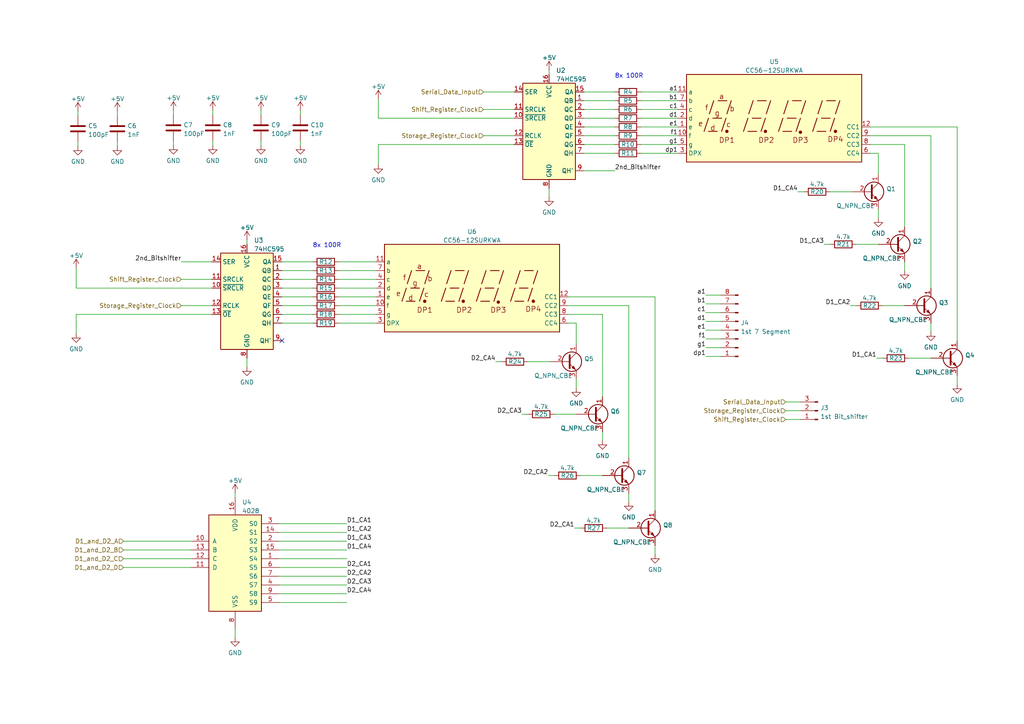
<source format=kicad_sch>
(kicad_sch (version 20211123) (generator eeschema)
  (paper "A4")
  (lib_symbols
    (symbol "4xxx:4028" (pin_names (offset 1.016))
      (property "Reference" "U" (at -7.62 13.97 0))
      (property "Value" "4028" (at -7.62 -16.51 0))
      (symbol "4028_1_0"
        (pin output line (at 12.7 0 180) (length 5.08) (name "S4") (number "1"))
        (pin input line (at -12.7 5.08 0) (length 5.08) (name "A") (number "10"))
        (pin input line (at -12.7 -2.54 0) (length 5.08) (name "D") (number "11"))
        (pin input line (at -12.7 0 0) (length 5.08) (name "C") (number "12"))
        (pin input line (at -12.7 2.54 0) (length 5.08) (name "B") (number "13"))
        (pin output line (at 12.7 7.62 180) (length 5.08) (name "S1") (number "14"))
        (pin output line (at 12.7 2.54 180) (length 5.08) (name "S3") (number "15"))
        (pin power_in line (at 0 17.78 270) (length 5.08) (name "VDD") (number "16"))
        (pin output line (at 12.7 5.08 180) (length 5.08) (name "S2") (number "2"))
        (pin output line (at 12.7 10.16 180) (length 5.08) (name "S0") (number "3"))
        (pin output line (at 12.7 -7.62 180) (length 5.08) (name "S7") (number "4"))
        (pin output line (at 12.7 -12.7 180) (length 5.08) (name "S9") (number "5"))
        (pin output line (at 12.7 -2.54 180) (length 5.08) (name "S5") (number "6"))
        (pin output line (at 12.7 -5.08 180) (length 5.08) (name "S6") (number "7"))
        (pin power_in line (at 0 -20.32 90) (length 5.08) (name "VSS") (number "8"))
        (pin output line (at 12.7 -10.16 180) (length 5.08) (name "S8") (number "9"))
      )
      (symbol "4028_1_1"
        (rectangle (start -7.62 12.7) (end 7.62 -15.24) (stroke (width 0.254)) (fill (type background)))
      )
    )
    (symbol "74xx:74HC595"
      (property "Reference" "U" (at -7.62 13.97 0))
      (property "Value" "74HC595" (at -7.62 -16.51 0))
      (symbol "74HC595_1_0"
        (pin tri_state line (at 10.16 7.62 180) (length 2.54) (name "QB") (number "1"))
        (pin input line (at -10.16 2.54 0) (length 2.54) (name "~{SRCLR}") (number "10"))
        (pin input line (at -10.16 5.08 0) (length 2.54) (name "SRCLK") (number "11"))
        (pin input line (at -10.16 -2.54 0) (length 2.54) (name "RCLK") (number "12"))
        (pin input line (at -10.16 -5.08 0) (length 2.54) (name "~{OE}") (number "13"))
        (pin input line (at -10.16 10.16 0) (length 2.54) (name "SER") (number "14"))
        (pin tri_state line (at 10.16 10.16 180) (length 2.54) (name "QA") (number "15"))
        (pin power_in line (at 0 15.24 270) (length 2.54) (name "VCC") (number "16"))
        (pin tri_state line (at 10.16 5.08 180) (length 2.54) (name "QC") (number "2"))
        (pin tri_state line (at 10.16 2.54 180) (length 2.54) (name "QD") (number "3"))
        (pin tri_state line (at 10.16 0 180) (length 2.54) (name "QE") (number "4"))
        (pin tri_state line (at 10.16 -2.54 180) (length 2.54) (name "QF") (number "5"))
        (pin tri_state line (at 10.16 -5.08 180) (length 2.54) (name "QG") (number "6"))
        (pin tri_state line (at 10.16 -7.62 180) (length 2.54) (name "QH") (number "7"))
        (pin power_in line (at 0 -17.78 90) (length 2.54) (name "GND") (number "8"))
        (pin output line (at 10.16 -12.7 180) (length 2.54) (name "QH'") (number "9"))
      )
      (symbol "74HC595_1_1"
        (rectangle (start -7.62 12.7) (end 7.62 -15.24) (stroke (width 0.254)) (fill (type background)))
      )
    )
    (symbol "Connector:Conn_01x03_Male" (pin_names (offset 1.016) hide)
      (property "Reference" "J" (at 0 5.08 0))
      (property "Value" "Conn_01x03_Male" (at 0 -5.08 0))
      (symbol "Conn_01x03_Male_1_1"
        (polyline (pts (xy 1.27 -2.54) (xy 0.8636 -2.54)) (stroke (width 0.1524)))
        (polyline (pts (xy 1.27 0) (xy 0.8636 0)) (stroke (width 0.1524)))
        (polyline (pts (xy 1.27 2.54) (xy 0.8636 2.54)) (stroke (width 0.1524)))
        (rectangle (start 0.8636 -2.413) (end 0 -2.667) (stroke (width 0.1524)) (fill (type outline)))
        (rectangle (start 0.8636 0.127) (end 0 -0.127) (stroke (width 0.1524)) (fill (type outline)))
        (rectangle (start 0.8636 2.667) (end 0 2.413) (stroke (width 0.1524)) (fill (type outline)))
        (pin passive line (at 5.08 2.54 180) (length 3.81) (name "Pin_1") (number "1"))
        (pin passive line (at 5.08 0 180) (length 3.81) (name "Pin_2") (number "2"))
        (pin passive line (at 5.08 -2.54 180) (length 3.81) (name "Pin_3") (number "3"))
      )
    )
    (symbol "Connector:Conn_01x08_Male" (pin_names (offset 1.016) hide)
      (property "Reference" "J" (at 0 10.16 0))
      (property "Value" "Conn_01x08_Male" (at 0 -12.7 0))
      (symbol "Conn_01x08_Male_1_1"
        (polyline (pts (xy 1.27 -10.16) (xy 0.8636 -10.16)) (stroke (width 0.1524)))
        (polyline (pts (xy 1.27 -7.62) (xy 0.8636 -7.62)) (stroke (width 0.1524)))
        (polyline (pts (xy 1.27 -5.08) (xy 0.8636 -5.08)) (stroke (width 0.1524)))
        (polyline (pts (xy 1.27 -2.54) (xy 0.8636 -2.54)) (stroke (width 0.1524)))
        (polyline (pts (xy 1.27 0) (xy 0.8636 0)) (stroke (width 0.1524)))
        (polyline (pts (xy 1.27 2.54) (xy 0.8636 2.54)) (stroke (width 0.1524)))
        (polyline (pts (xy 1.27 5.08) (xy 0.8636 5.08)) (stroke (width 0.1524)))
        (polyline (pts (xy 1.27 7.62) (xy 0.8636 7.62)) (stroke (width 0.1524)))
        (rectangle (start 0.8636 -10.033) (end 0 -10.287) (stroke (width 0.1524)) (fill (type outline)))
        (rectangle (start 0.8636 -7.493) (end 0 -7.747) (stroke (width 0.1524)) (fill (type outline)))
        (rectangle (start 0.8636 -4.953) (end 0 -5.207) (stroke (width 0.1524)) (fill (type outline)))
        (rectangle (start 0.8636 -2.413) (end 0 -2.667) (stroke (width 0.1524)) (fill (type outline)))
        (rectangle (start 0.8636 0.127) (end 0 -0.127) (stroke (width 0.1524)) (fill (type outline)))
        (rectangle (start 0.8636 2.667) (end 0 2.413) (stroke (width 0.1524)) (fill (type outline)))
        (rectangle (start 0.8636 5.207) (end 0 4.953) (stroke (width 0.1524)) (fill (type outline)))
        (rectangle (start 0.8636 7.747) (end 0 7.493) (stroke (width 0.1524)) (fill (type outline)))
        (pin passive line (at 5.08 7.62 180) (length 3.81) (name "Pin_1") (number "1"))
        (pin passive line (at 5.08 5.08 180) (length 3.81) (name "Pin_2") (number "2"))
        (pin passive line (at 5.08 2.54 180) (length 3.81) (name "Pin_3") (number "3"))
        (pin passive line (at 5.08 0 180) (length 3.81) (name "Pin_4") (number "4"))
        (pin passive line (at 5.08 -2.54 180) (length 3.81) (name "Pin_5") (number "5"))
        (pin passive line (at 5.08 -5.08 180) (length 3.81) (name "Pin_6") (number "6"))
        (pin passive line (at 5.08 -7.62 180) (length 3.81) (name "Pin_7") (number "7"))
        (pin passive line (at 5.08 -10.16 180) (length 3.81) (name "Pin_8") (number "8"))
      )
    )
    (symbol "Device:C" (pin_numbers hide) (pin_names (offset 0.254))
      (property "Reference" "C" (at 0.635 2.54 0))
      (property "Value" "C" (at 0.635 -2.54 0))
      (symbol "C_0_1"
        (polyline (pts (xy -2.032 -0.762) (xy 2.032 -0.762)) (stroke (width 0.508)))
        (polyline (pts (xy -2.032 0.762) (xy 2.032 0.762)) (stroke (width 0.508)))
      )
      (symbol "C_1_1"
        (pin passive line (at 0 3.81 270) (length 2.794) (name "~") (number "1"))
        (pin passive line (at 0 -3.81 90) (length 2.794) (name "~") (number "2"))
      )
    )
    (symbol "Device:Q_NPN_CBE" (pin_names (offset 0) hide)
      (property "Reference" "Q" (at 5.08 1.27 0))
      (property "Value" "Q_NPN_CBE" (at 5.08 -1.27 0))
      (symbol "Q_NPN_CBE_0_1"
        (polyline (pts (xy 0.635 0.635) (xy 2.54 2.54)))
        (polyline (pts (xy 0.635 -0.635) (xy 2.54 -2.54) (xy 2.54 -2.54)))
        (polyline (pts (xy 0.635 1.905) (xy 0.635 -1.905) (xy 0.635 -1.905)) (stroke (width 0.508)))
        (polyline (pts (xy 1.27 -1.778) (xy 1.778 -1.27) (xy 2.286 -2.286) (xy 1.27 -1.778) (xy 1.27 -1.778)) (fill (type outline)))
        (circle (center 1.27 0) (radius 2.8194) (stroke (width 0.254)))
      )
      (symbol "Q_NPN_CBE_1_1"
        (pin passive line (at 2.54 5.08 270) (length 2.54) (name "C") (number "1"))
        (pin input line (at -5.08 0 0) (length 5.715) (name "B") (number "2"))
        (pin passive line (at 2.54 -5.08 90) (length 2.54) (name "E") (number "3"))
      )
    )
    (symbol "Device:R" (pin_numbers hide) (pin_names (offset 0))
      (property "Reference" "R" (at 2.032 0 90))
      (property "Value" "R" (at 0 0 90))
      (symbol "R_0_1"
        (rectangle (start -1.016 -2.54) (end 1.016 2.54) (stroke (width 0.254)))
      )
      (symbol "R_1_1"
        (pin passive line (at 0 3.81 270) (length 1.27) (name "~") (number "1"))
        (pin passive line (at 0 -3.81 90) (length 1.27) (name "~") (number "2"))
      )
    )
    (symbol "Display_Character:CC56-12SURKWA"
      (property "Reference" "U" (at -24.13 13.97 0))
      (property "Value" "CC56-12SURKWA" (at 16.51 13.97 0))
      (symbol "CC56-12SURKWA_0_0"
        (rectangle (start -25.4 12.7) (end 25.4 -12.7) (stroke (width 0.254)) (fill (type background)))
        (polyline (pts (xy -20.32 -3.81) (xy -19.05 0)) (stroke (width 0.254)))
        (polyline (pts (xy -19.05 -3.81) (xy -16.51 -3.81)) (stroke (width 0.254)))
        (polyline (pts (xy -18.796 1.27) (xy -17.526 5.08)) (stroke (width 0.254)))
        (polyline (pts (xy -17.78 0) (xy -15.24 0)) (stroke (width 0.254)))
        (polyline (pts (xy -16.256 5.08) (xy -13.716 5.08)) (stroke (width 0.254)))
        (polyline (pts (xy -15.24 -3.81) (xy -13.97 0)) (stroke (width 0.254)))
        (polyline (pts (xy -13.716 1.27) (xy -12.446 5.08)) (stroke (width 0.254)))
        (polyline (pts (xy -8.89 -3.81) (xy -7.62 0)) (stroke (width 0.254)))
        (polyline (pts (xy -7.62 -3.81) (xy -5.08 -3.81)) (stroke (width 0.254)))
        (polyline (pts (xy -7.366 1.27) (xy -6.096 5.08)) (stroke (width 0.254)))
        (polyline (pts (xy -6.35 0) (xy -3.81 0)) (stroke (width 0.254)))
        (polyline (pts (xy -4.826 5.08) (xy -2.286 5.08)) (stroke (width 0.254)))
        (polyline (pts (xy -3.81 -3.81) (xy -2.54 0)) (stroke (width 0.254)))
        (polyline (pts (xy -2.286 1.27) (xy -1.016 5.08)) (stroke (width 0.254)))
        (polyline (pts (xy 1.27 -3.81) (xy 2.54 0)) (stroke (width 0.254)))
        (polyline (pts (xy 2.54 -3.81) (xy 5.08 -3.81)) (stroke (width 0.254)))
        (polyline (pts (xy 2.794 1.27) (xy 4.064 5.08)) (stroke (width 0.254)))
        (polyline (pts (xy 3.81 0) (xy 6.35 0)) (stroke (width 0.254)))
        (polyline (pts (xy 5.334 5.08) (xy 7.874 5.08)) (stroke (width 0.254)))
        (polyline (pts (xy 6.35 -3.81) (xy 7.62 0)) (stroke (width 0.254)))
        (polyline (pts (xy 7.874 1.27) (xy 9.144 5.08)) (stroke (width 0.254)))
        (polyline (pts (xy 11.176 -3.81) (xy 12.446 0)) (stroke (width 0.254)))
        (polyline (pts (xy 12.446 -3.81) (xy 14.986 -3.81)) (stroke (width 0.254)))
        (polyline (pts (xy 12.7 1.27) (xy 13.97 5.08)) (stroke (width 0.254)))
        (polyline (pts (xy 13.716 0) (xy 16.256 0)) (stroke (width 0.254)))
        (polyline (pts (xy 15.24 5.08) (xy 17.78 5.08)) (stroke (width 0.254)))
        (polyline (pts (xy 16.256 -3.81) (xy 17.526 0)) (stroke (width 0.254)))
        (polyline (pts (xy 17.78 1.27) (xy 19.05 5.08)) (stroke (width 0.254)))
        (text "a" (at -15.24 6.35 0) (effects (font (size 1.524 1.524))))
        (text "b" (at -12.192 2.794 0) (effects (font (size 1.524 1.524))))
        (text "c" (at -13.208 -1.778 0) (effects (font (size 1.524 1.524))))
        (text "d" (at -17.78 -2.794 0) (effects (font (size 1.524 1.524))))
        (text "DP1" (at -13.716 -6.35 0) (effects (font (size 1.524 1.524))))
        (text "DP2" (at -2.286 -6.35 0) (effects (font (size 1.524 1.524))))
        (text "DP3" (at 7.62 -6.35 0) (effects (font (size 1.524 1.524))))
        (text "DP4" (at 17.78 -6.096 0) (effects (font (size 1.524 1.524))))
        (text "e" (at -21.336 -1.524 0) (effects (font (size 1.524 1.524))))
        (text "f" (at -19.558 3.048 0) (effects (font (size 1.524 1.524))))
        (text "g" (at -16.51 1.524 0) (effects (font (size 1.524 1.524))))
      )
      (symbol "CC56-12SURKWA_0_1"
        (circle (center -13.716 -3.81) (radius 0.3556) (stroke (width 0.254)) (fill (type outline)))
        (circle (center -2.54 -3.81) (radius 0.3556) (stroke (width 0.254)) (fill (type outline)))
      )
      (symbol "CC56-12SURKWA_1_0"
        (circle (center 7.62 -4.064) (radius 0.3556) (stroke (width 0.254)) (fill (type outline)))
        (circle (center 17.78 -3.81) (radius 0.3556) (stroke (width 0.254)) (fill (type outline)))
      )
      (symbol "CC56-12SURKWA_1_1"
        (pin input line (at -27.94 -2.54 0) (length 2.54) (name "e") (number "1"))
        (pin input line (at -27.94 -5.08 0) (length 2.54) (name "f") (number "10"))
        (pin input line (at -27.94 7.62 0) (length 2.54) (name "a") (number "11"))
        (pin input line (at 27.94 -2.54 180) (length 2.54) (name "CC1") (number "12"))
        (pin input line (at -27.94 0 0) (length 2.54) (name "d") (number "2"))
        (pin input line (at -27.94 -10.16 0) (length 2.54) (name "DPX") (number "3"))
        (pin input line (at -27.94 2.54 0) (length 2.54) (name "c") (number "4"))
        (pin input line (at -27.94 -7.62 0) (length 2.54) (name "g") (number "5"))
        (pin input line (at 27.94 -10.16 180) (length 2.54) (name "CC4") (number "6"))
        (pin input line (at -27.94 5.08 0) (length 2.54) (name "b") (number "7"))
        (pin input line (at 27.94 -7.62 180) (length 2.54) (name "CC3") (number "8"))
        (pin input line (at 27.94 -5.08 180) (length 2.54) (name "CC2") (number "9"))
      )
    )
    (symbol "power:+5V" (power) (pin_names (offset 0))
      (property "Value" "+5V" (at 0 3.556 0))
      (symbol "+5V_0_1"
        (polyline (pts (xy -0.762 1.27) (xy 0 2.54)))
        (polyline (pts (xy 0 0) (xy 0 2.54)))
        (polyline (pts (xy 0 2.54) (xy 0.762 1.27)))
      )
      (symbol "+5V_1_1"
        (pin power_in line (at 0 0 90) (length 0) hide (name "+5V") (number "1"))
      )
    )
    (symbol "power:GND" (power) (pin_names (offset 0))
      (property "Value" "GND" (at 0 -3.81 0))
      (symbol "GND_0_1"
        (polyline (pts (xy 0 0) (xy 0 -1.27) (xy 1.27 -1.27) (xy 0 -2.54) (xy -1.27 -1.27) (xy 0 -1.27)))
      )
      (symbol "GND_1_1"
        (pin power_in line (at 0 0 270) (length 0) hide (name "GND") (number "1"))
      )
    )
  )
  (no_connect (at 81.788 98.806))
  (wire (pts (xy 185.928 41.91) (xy 196.596 41.91)))
  (wire (pts (xy 75.692 33.274) (xy 75.692 32.004)))
  (wire (pts (xy 98.298 86.106) (xy 108.966 86.106)))
  (wire (pts (xy 227.838 116.586) (xy 232.156 116.586)))
  (wire (pts (xy 227.838 121.666) (xy 232.156 121.666)))
  (wire (pts (xy 270.002 93.726) (xy 270.002 96.266)))
  (wire (pts (xy 164.846 86.106) (xy 189.992 86.106)))
  (wire (pts (xy 182.372 143.002) (xy 182.372 145.542)))
  (wire (pts (xy 185.928 26.67) (xy 196.596 26.67)))
  (wire (pts (xy 81.788 91.186) (xy 90.678 91.186)))
  (wire (pts (xy 185.928 34.29) (xy 196.596 34.29)))
  (wire (pts (xy 98.298 83.566) (xy 108.966 83.566)))
  (wire (pts (xy 270.002 83.566) (xy 270.002 39.37)))
  (wire (pts (xy 204.724 88.138) (xy 209.042 88.138)))
  (wire (pts (xy 68.199 143.002) (xy 68.199 144.272)))
  (wire (pts (xy 81.788 93.726) (xy 90.678 93.726)))
  (wire (pts (xy 182.372 132.842) (xy 182.372 88.646)))
  (wire (pts (xy 204.724 100.838) (xy 209.042 100.838)))
  (wire (pts (xy 169.418 44.45) (xy 178.308 44.45)))
  (wire (pts (xy 204.724 103.378) (xy 209.042 103.378)))
  (wire (pts (xy 169.418 29.21) (xy 178.308 29.21)))
  (wire (pts (xy 185.928 39.37) (xy 196.596 39.37)))
  (wire (pts (xy 189.992 158.242) (xy 189.992 160.782)))
  (wire (pts (xy 22.098 77.724) (xy 22.098 83.566)))
  (wire (pts (xy 169.418 26.67) (xy 178.308 26.67)))
  (wire (pts (xy 240.792 70.866) (xy 239.014 70.866)))
  (wire (pts (xy 254.762 44.45) (xy 254.762 50.546)))
  (wire (pts (xy 174.752 125.222) (xy 174.752 127.762)))
  (wire (pts (xy 227.838 119.126) (xy 232.156 119.126)))
  (wire (pts (xy 169.418 39.37) (xy 178.308 39.37)))
  (wire (pts (xy 81.788 81.026) (xy 90.678 81.026)))
  (wire (pts (xy 68.199 182.372) (xy 68.199 184.912)))
  (wire (pts (xy 254.762 60.706) (xy 254.762 63.246)))
  (wire (pts (xy 176.022 153.162) (xy 182.372 153.162)))
  (wire (pts (xy 35.814 162.052) (xy 55.499 162.052)))
  (wire (pts (xy 87.122 32.004) (xy 87.122 33.274)))
  (wire (pts (xy 80.899 159.512) (xy 100.584 159.512)))
  (wire (pts (xy 167.132 109.982) (xy 167.132 112.522)))
  (wire (pts (xy 169.418 36.83) (xy 178.308 36.83)))
  (wire (pts (xy 153.162 104.902) (xy 159.512 104.902)))
  (wire (pts (xy 185.928 44.45) (xy 196.596 44.45)))
  (wire (pts (xy 35.814 164.592) (xy 55.499 164.592)))
  (wire (pts (xy 270.002 39.37) (xy 252.476 39.37)))
  (wire (pts (xy 61.468 91.186) (xy 22.098 91.186)))
  (wire (pts (xy 80.899 169.672) (xy 100.584 169.672)))
  (wire (pts (xy 109.728 41.91) (xy 109.728 47.752)))
  (wire (pts (xy 22.606 41.148) (xy 22.606 42.418)))
  (wire (pts (xy 61.468 83.566) (xy 22.098 83.566)))
  (wire (pts (xy 98.298 78.486) (xy 108.966 78.486)))
  (wire (pts (xy 98.298 75.946) (xy 108.966 75.946)))
  (wire (pts (xy 34.036 41.148) (xy 34.036 42.418)))
  (wire (pts (xy 256.032 88.646) (xy 262.382 88.646)))
  (wire (pts (xy 50.292 40.894) (xy 50.292 42.164)))
  (wire (pts (xy 182.372 88.646) (xy 164.846 88.646)))
  (wire (pts (xy 80.899 164.592) (xy 100.584 164.592)))
  (wire (pts (xy 159.258 20.32) (xy 159.258 21.59)))
  (wire (pts (xy 248.412 70.866) (xy 254.762 70.866)))
  (wire (pts (xy 61.722 32.004) (xy 61.722 33.274)))
  (wire (pts (xy 98.298 81.026) (xy 108.966 81.026)))
  (wire (pts (xy 252.476 36.83) (xy 277.622 36.83)))
  (wire (pts (xy 80.899 154.432) (xy 100.584 154.432)))
  (wire (pts (xy 204.724 90.678) (xy 209.042 90.678)))
  (wire (pts (xy 22.098 91.186) (xy 22.098 96.774)))
  (wire (pts (xy 34.036 32.258) (xy 34.036 33.528)))
  (wire (pts (xy 61.722 40.894) (xy 61.722 42.164)))
  (wire (pts (xy 204.724 93.218) (xy 209.042 93.218)))
  (wire (pts (xy 81.788 86.106) (xy 90.678 86.106)))
  (wire (pts (xy 52.578 81.026) (xy 61.468 81.026)))
  (wire (pts (xy 35.814 159.512) (xy 55.499 159.512)))
  (wire (pts (xy 204.724 95.758) (xy 209.042 95.758)))
  (wire (pts (xy 277.622 36.83) (xy 277.622 98.806)))
  (wire (pts (xy 240.792 55.626) (xy 247.142 55.626)))
  (wire (pts (xy 169.418 34.29) (xy 178.308 34.29)))
  (wire (pts (xy 52.578 75.946) (xy 61.468 75.946)))
  (wire (pts (xy 81.788 75.946) (xy 90.678 75.946)))
  (wire (pts (xy 262.382 41.91) (xy 262.382 65.786)))
  (wire (pts (xy 149.098 34.29) (xy 109.728 34.29)))
  (wire (pts (xy 71.628 103.886) (xy 71.628 106.426)))
  (wire (pts (xy 185.928 31.75) (xy 196.596 31.75)))
  (wire (pts (xy 22.606 33.528) (xy 22.606 32.258)))
  (wire (pts (xy 256.032 103.886) (xy 254.254 103.886)))
  (wire (pts (xy 145.542 104.902) (xy 143.764 104.902)))
  (wire (pts (xy 50.292 33.274) (xy 50.292 32.004)))
  (wire (pts (xy 169.418 49.53) (xy 178.308 49.53)))
  (wire (pts (xy 189.992 86.106) (xy 189.992 148.082)))
  (wire (pts (xy 109.728 28.702) (xy 109.728 34.29)))
  (wire (pts (xy 167.132 93.726) (xy 167.132 99.822)))
  (wire (pts (xy 81.788 78.486) (xy 90.678 78.486)))
  (wire (pts (xy 140.208 31.75) (xy 149.098 31.75)))
  (wire (pts (xy 80.899 156.972) (xy 100.584 156.972)))
  (wire (pts (xy 80.899 167.132) (xy 100.584 167.132)))
  (wire (pts (xy 87.122 40.894) (xy 87.122 42.164)))
  (wire (pts (xy 98.298 93.726) (xy 108.966 93.726)))
  (wire (pts (xy 174.752 91.186) (xy 174.752 115.062)))
  (wire (pts (xy 98.298 91.186) (xy 108.966 91.186)))
  (wire (pts (xy 80.899 172.212) (xy 100.584 172.212)))
  (wire (pts (xy 160.782 120.142) (xy 167.132 120.142)))
  (wire (pts (xy 75.692 40.894) (xy 75.692 42.164)))
  (wire (pts (xy 81.788 88.646) (xy 90.678 88.646)))
  (wire (pts (xy 98.298 88.646) (xy 108.966 88.646)))
  (wire (pts (xy 80.899 174.752) (xy 100.584 174.752)))
  (wire (pts (xy 164.846 91.186) (xy 174.752 91.186)))
  (wire (pts (xy 71.628 69.596) (xy 71.628 70.866)))
  (wire (pts (xy 233.172 55.626) (xy 231.394 55.626)))
  (wire (pts (xy 140.208 39.37) (xy 149.098 39.37)))
  (wire (pts (xy 81.788 83.566) (xy 90.678 83.566)))
  (wire (pts (xy 140.208 26.67) (xy 149.098 26.67)))
  (wire (pts (xy 160.782 137.922) (xy 159.004 137.922)))
  (wire (pts (xy 185.928 29.21) (xy 196.596 29.21)))
  (wire (pts (xy 262.382 75.946) (xy 262.382 78.486)))
  (wire (pts (xy 263.652 103.886) (xy 270.002 103.886)))
  (wire (pts (xy 169.418 41.91) (xy 178.308 41.91)))
  (wire (pts (xy 168.402 137.922) (xy 174.752 137.922)))
  (wire (pts (xy 185.928 36.83) (xy 196.596 36.83)))
  (wire (pts (xy 252.476 44.45) (xy 254.762 44.45)))
  (wire (pts (xy 248.412 88.646) (xy 246.634 88.646)))
  (wire (pts (xy 277.622 108.966) (xy 277.622 111.506)))
  (wire (pts (xy 164.846 93.726) (xy 167.132 93.726)))
  (wire (pts (xy 52.578 88.646) (xy 61.468 88.646)))
  (wire (pts (xy 168.402 153.162) (xy 166.624 153.162)))
  (wire (pts (xy 149.098 41.91) (xy 109.728 41.91)))
  (wire (pts (xy 80.899 151.892) (xy 100.584 151.892)))
  (wire (pts (xy 35.814 156.972) (xy 55.499 156.972)))
  (wire (pts (xy 80.899 162.052) (xy 100.584 162.052)))
  (wire (pts (xy 153.162 120.142) (xy 151.384 120.142)))
  (wire (pts (xy 204.724 98.298) (xy 209.042 98.298)))
  (wire (pts (xy 159.258 54.61) (xy 159.258 57.15)))
  (wire (pts (xy 169.418 31.75) (xy 178.308 31.75)))
  (wire (pts (xy 204.724 85.598) (xy 209.042 85.598)))
  (wire (pts (xy 252.476 41.91) (xy 262.382 41.91)))
  (text "8x 100R" (at 90.678 72.009 0) (effects (font (size 1.27 1.27)) (justify left bottom)))
  (text "8x 100R" (at 178.308 22.86 0) (effects (font (size 1.27 1.27)) (justify left bottom)))
  (label "D2_CA3" (at 100.584 169.672 0))
  (label "D1_CA3" (at 239.014 70.866 180))
  (label "D1_CA4" (at 100.584 159.512 0))
  (label "D1_CA2" (at 100.584 154.432 0))
  (label "e1" (at 204.724 95.758 180))
  (label "D2_CA4" (at 143.764 104.902 180))
  (label "D1_CA4" (at 231.394 55.626 180))
  (label "D2_CA3" (at 151.384 120.142 180))
  (label "c1" (at 196.596 31.75 180))
  (label "D2_CA2" (at 100.584 167.132 0))
  (label "a1" (at 204.724 85.598 180))
  (label "c1" (at 204.724 90.678 180))
  (label "b1" (at 196.596 29.21 180))
  (label "D1_CA2" (at 246.634 88.646 180))
  (label "g1" (at 196.596 41.91 180))
  (label "2nd_Bitshifter" (at 52.578 75.946 180))
  (label "dp1" (at 196.596 44.45 180))
  (label "g1" (at 204.724 100.838 180))
  (label "a1" (at 196.596 26.67 180))
  (label "b1" (at 204.724 88.138 180))
  (label "D1_CA1" (at 254.254 103.886 180))
  (label "f1" (at 196.596 39.37 180))
  (label "f1" (at 204.724 98.298 180))
  (label "D2_CA4" (at 100.584 172.212 0))
  (label "D1_CA3" (at 100.584 156.972 0))
  (label "dp1" (at 204.724 103.378 180))
  (label "D2_CA2" (at 159.004 137.922 180))
  (label "D2_CA1" (at 166.624 153.162 180))
  (label "d1" (at 204.724 93.218 180))
  (label "D2_CA1" (at 100.584 164.592 0))
  (label "e1" (at 196.596 36.83 180))
  (label "d1" (at 196.596 34.29 180))
  (label "2nd_Bitshifter" (at 178.308 49.53 0))
  (label "D1_CA1" (at 100.584 151.892 0))
  (hierarchical_label "D1_and_D2_C" (shape input) (at 35.814 162.052 180))
  (hierarchical_label "Storage_Register_Clock" (shape input) (at 227.838 119.126 180))
  (hierarchical_label "Serial_Data_Input" (shape input) (at 227.838 116.586 180))
  (hierarchical_label "D1_and_D2_D" (shape input) (at 35.814 164.592 180))
  (hierarchical_label "D1_and_D2_B" (shape input) (at 35.814 159.512 180))
  (hierarchical_label "Shift_Register_Clock" (shape input) (at 227.838 121.666 180))
  (hierarchical_label "Storage_Register_Clock" (shape input) (at 52.578 88.646 180))
  (hierarchical_label "Shift_Register_Clock" (shape input) (at 52.578 81.026 180))
  (hierarchical_label "Shift_Register_Clock" (shape input) (at 140.208 31.75 180))
  (hierarchical_label "D1_and_D2_A" (shape input) (at 35.814 156.972 180))
  (hierarchical_label "Storage_Register_Clock" (shape input) (at 140.208 39.37 180))
  (hierarchical_label "Serial_Data_Input" (shape input) (at 140.208 26.67 180))
  (symbol (lib_id "power:+5V") (at 75.692 32.004 0) (unit 1)
    (property "Reference" "#PWR0128" (effects hide))
    (property "Value" "+5V" (at 75.692 28.4282 0))
  )
  (symbol (lib_id "Device:R") (at 94.488 86.106 90) (unit 1)
    (property "Reference" "R16" (at 94.488 86.106 90))
    (property "Value" "100R" (effects hide))
    (property "Footprint" "Resistor_THT:R_Axial_DIN0207_L6.3mm_D2.5mm_P7.62mm_Horizontal" (effects hide))
  )
  (symbol (lib_id "power:+5V") (at 71.628 69.596 0) (unit 1)
    (property "Reference" "#PWR0122" (effects hide))
    (property "Value" "+5V" (at 71.628 66.0202 0))
  )
  (symbol (lib_id "Device:R") (at 244.602 70.866 90) (unit 1)
    (property "Reference" "R21" (at 244.602 70.866 90))
    (property "Value" "4.7k" (at 244.602 68.6871 90))
    (property "Footprint" "Resistor_THT:R_Axial_DIN0207_L6.3mm_D2.5mm_P7.62mm_Horizontal" (effects hide))
  )
  (symbol (lib_id "Device:R") (at 236.982 55.626 90) (unit 1)
    (property "Reference" "R20" (at 236.982 55.626 90))
    (property "Value" "4.7k" (at 236.982 53.4471 90))
    (property "Footprint" "Resistor_THT:R_Axial_DIN0207_L6.3mm_D2.5mm_P7.62mm_Horizontal" (effects hide))
  )
  (symbol (lib_id "power:GND") (at 61.722 42.164 0) (unit 1)
    (property "Reference" "#PWR0117" (effects hide))
    (property "Value" "GND" (at 61.722 46.6074 0))
  )
  (symbol (lib_id "Device:Q_NPN_CBE") (at 267.462 88.646 0) (unit 1)
    (property "Reference" "Q3" (at 272.3134 87.8113 0) (effects (justify left)))
    (property "Value" "Q_NPN_CBE" (at 257.81 92.71 0) (effects (justify left)))
    (property "Footprint" "Package_TO_SOT_THT:TO-92_Inline_Wide" (effects hide))
  )
  (symbol (lib_id "Device:R") (at 94.488 81.026 90) (unit 1)
    (property "Reference" "R14" (at 94.488 81.026 90))
    (property "Value" "100R" (effects hide))
    (property "Footprint" "Resistor_THT:R_Axial_DIN0207_L6.3mm_D2.5mm_P7.62mm_Horizontal" (effects hide))
  )
  (symbol (lib_id "Device:R") (at 149.352 104.902 90) (unit 1)
    (property "Reference" "R24" (at 149.352 104.902 90))
    (property "Value" "4.7k" (at 149.352 102.7231 90))
    (property "Footprint" "Resistor_THT:R_Axial_DIN0207_L6.3mm_D2.5mm_P7.62mm_Horizontal" (effects hide))
  )
  (symbol (lib_id "74xx:74HC595") (at 71.628 86.106 0) (unit 1)
    (property "Reference" "U3" (at 73.6474 69.7062 0) (effects (justify left)))
    (property "Value" "74HC595" (at 73.6474 72.2431 0) (effects (justify left)))
    (property "Footprint" "Package_DIP:DIP-16_W7.62mm_LongPads" (effects hide))
    (property "Datasheet" "http://www.ti.com/lit/ds/symlink/sn74hc595.pdf" (effects hide))
  )
  (symbol (lib_id "power:+5V") (at 50.292 32.004 0) (unit 1)
    (property "Reference" "#PWR0129" (effects hide))
    (property "Value" "+5V" (at 50.292 28.4282 0))
  )
  (symbol (lib_id "power:GND") (at 182.372 145.542 0) (unit 1)
    (property "Reference" "#PWR0139" (effects hide))
    (property "Value" "GND" (at 182.372 149.9854 0))
  )
  (symbol (lib_id "Device:Q_NPN_CBE") (at 275.082 103.886 0) (unit 1)
    (property "Reference" "Q4" (at 279.9334 103.0513 0) (effects (justify left)))
    (property "Value" "Q_NPN_CBE" (at 265.43 107.95 0) (effects (justify left)))
    (property "Footprint" "Package_TO_SOT_THT:TO-92_Inline_Wide" (effects hide))
  )
  (symbol (lib_id "Device:C") (at 22.606 37.338 0) (unit 1)
    (property "Reference" "C5" (at 25.527 36.5033 0) (effects (justify left)))
    (property "Value" "100pF" (at 25.527 39.0402 0) (effects (justify left)))
    (property "Footprint" "Capacitor_THT:C_Disc_D3.8mm_W2.6mm_P2.50mm" (effects hide))
  )
  (symbol (lib_id "power:GND") (at 254.762 63.246 0) (unit 1)
    (property "Reference" "#PWR0141" (effects hide))
    (property "Value" "GND" (at 254.762 67.6894 0))
  )
  (symbol (lib_id "power:GND") (at 189.992 160.782 0) (unit 1)
    (property "Reference" "#PWR0140" (effects hide))
    (property "Value" "GND" (at 189.992 165.2254 0))
  )
  (symbol (lib_id "Device:Q_NPN_CBE") (at 179.832 137.922 0) (unit 1)
    (property "Reference" "Q7" (at 184.6834 137.0873 0) (effects (justify left)))
    (property "Value" "Q_NPN_CBE" (at 170.18 141.986 0) (effects (justify left)))
    (property "Footprint" "Package_TO_SOT_THT:TO-92_Inline_Wide" (effects hide))
  )
  (symbol (lib_id "power:+5V") (at 34.036 32.258 0) (unit 1)
    (property "Reference" "#PWR0131" (effects hide))
    (property "Value" "+5V" (at 34.036 28.6822 0))
  )
  (symbol (lib_id "power:GND") (at 87.122 42.164 0) (unit 1)
    (property "Reference" "#PWR0125" (effects hide))
    (property "Value" "GND" (at 87.122 46.6074 0))
  )
  (symbol (lib_id "power:GND") (at 270.002 96.266 0) (unit 1)
    (property "Reference" "#PWR0143" (effects hide))
    (property "Value" "GND" (at 270.002 100.7094 0))
  )
  (symbol (lib_id "Device:C") (at 87.122 37.084 0) (unit 1)
    (property "Reference" "C10" (at 90.043 36.2493 0) (effects (justify left)))
    (property "Value" "1nF" (at 90.043 38.7862 0) (effects (justify left)))
    (property "Footprint" "Capacitor_THT:C_Disc_D3.8mm_W2.6mm_P2.50mm" (effects hide))
  )
  (symbol (lib_id "Device:R") (at 182.118 29.21 90) (unit 1)
    (property "Reference" "R5" (at 182.118 29.21 90))
    (property "Value" "100R" (effects hide))
    (property "Footprint" "Resistor_THT:R_Axial_DIN0207_L6.3mm_D2.5mm_P7.62mm_Horizontal" (effects hide))
  )
  (symbol (lib_id "power:GND") (at 50.292 42.164 0) (unit 1)
    (property "Reference" "#PWR0118" (effects hide))
    (property "Value" "GND" (at 50.292 46.6074 0))
  )
  (symbol (lib_id "power:GND") (at 167.132 112.522 0) (unit 1)
    (property "Reference" "#PWR0137" (effects hide))
    (property "Value" "GND" (at 167.132 116.9654 0))
  )
  (symbol (lib_id "power:GND") (at 71.628 106.426 0) (unit 1)
    (property "Reference" "#PWR0123" (effects hide))
    (property "Value" "GND" (at 71.628 110.8694 0))
  )
  (symbol (lib_id "power:+5V") (at 159.258 20.32 0) (unit 1)
    (property "Reference" "#PWR0133" (effects hide))
    (property "Value" "+5V" (at 159.258 16.7442 0))
  )
  (symbol (lib_id "Connector:Conn_01x03_Male") (at 237.236 119.126 180) (unit 1)
    (property "Reference" "J3" (at 237.9472 118.2913 0) (effects (justify right)))
    (property "Value" "1st Bit_shifter" (at 237.9472 120.8282 0) (effects (justify right)))
    (property "Footprint" "Connector_PinHeader_2.54mm:PinHeader_1x03_P2.54mm_Vertical" (effects hide))
  )
  (symbol (lib_id "power:GND") (at 109.728 47.752 0) (unit 1)
    (property "Reference" "#PWR0136" (effects hide))
    (property "Value" "GND" (at 109.728 52.1954 0))
  )
  (symbol (lib_id "power:+5V") (at 22.606 32.258 0) (unit 1)
    (property "Reference" "#PWR0132" (effects hide))
    (property "Value" "+5V" (at 22.606 28.6822 0))
  )
  (symbol (lib_id "Device:R") (at 259.842 103.886 90) (unit 1)
    (property "Reference" "R23" (at 259.842 103.886 90))
    (property "Value" "4.7k" (at 259.842 101.7071 90))
    (property "Footprint" "Resistor_THT:R_Axial_DIN0207_L6.3mm_D2.5mm_P7.62mm_Horizontal" (effects hide))
  )
  (symbol (lib_id "power:GND") (at 68.199 184.912 0) (unit 1)
    (property "Reference" "#PWR0145" (effects hide))
    (property "Value" "GND" (at 68.199 189.3554 0))
  )
  (symbol (lib_id "74xx:74HC595") (at 159.258 36.83 0) (unit 1)
    (property "Reference" "U2" (at 161.2774 20.4302 0) (effects (justify left)))
    (property "Value" "74HC595" (at 161.2774 22.9671 0) (effects (justify left)))
    (property "Footprint" "Package_DIP:DIP-16_W7.62mm_LongPads" (effects hide))
    (property "Datasheet" "http://www.ti.com/lit/ds/symlink/sn74hc595.pdf" (effects hide))
  )
  (symbol (lib_id "Device:R") (at 156.972 120.142 90) (unit 1)
    (property "Reference" "R25" (at 156.972 120.142 90))
    (property "Value" "4.7k" (at 156.972 117.9631 90))
    (property "Footprint" "Resistor_THT:R_Axial_DIN0207_L6.3mm_D2.5mm_P7.62mm_Horizontal" (effects hide))
  )
  (symbol (lib_id "Device:R") (at 182.118 44.45 90) (unit 1)
    (property "Reference" "R11" (at 182.118 44.45 90))
    (property "Value" "100R" (effects hide))
    (property "Footprint" "Resistor_THT:R_Axial_DIN0207_L6.3mm_D2.5mm_P7.62mm_Horizontal" (effects hide))
  )
  (symbol (lib_id "Device:R") (at 164.592 137.922 90) (unit 1)
    (property "Reference" "R26" (at 164.592 137.922 90))
    (property "Value" "4.7k" (at 164.592 135.7431 90))
    (property "Footprint" "Resistor_THT:R_Axial_DIN0207_L6.3mm_D2.5mm_P7.62mm_Horizontal" (effects hide))
  )
  (symbol (lib_id "power:+5V") (at 61.722 32.004 0) (unit 1)
    (property "Reference" "#PWR0130" (effects hide))
    (property "Value" "+5V" (at 61.722 28.4282 0))
  )
  (symbol (lib_id "power:GND") (at 159.258 57.15 0) (unit 1)
    (property "Reference" "#PWR0134" (effects hide))
    (property "Value" "GND" (at 159.258 61.5934 0))
  )
  (symbol (lib_id "Device:R") (at 182.118 34.29 90) (unit 1)
    (property "Reference" "R7" (at 182.118 34.29 90))
    (property "Value" "100R" (effects hide))
    (property "Footprint" "Resistor_THT:R_Axial_DIN0207_L6.3mm_D2.5mm_P7.62mm_Horizontal" (effects hide))
  )
  (symbol (lib_id "Device:R") (at 94.488 75.946 90) (unit 1)
    (property "Reference" "R12" (at 94.488 75.946 90))
    (property "Value" "100R" (effects hide))
    (property "Footprint" "Resistor_THT:R_Axial_DIN0207_L6.3mm_D2.5mm_P7.62mm_Horizontal" (effects hide))
  )
  (symbol (lib_id "power:GND") (at 22.606 42.418 0) (unit 1)
    (property "Reference" "#PWR0120" (effects hide))
    (property "Value" "GND" (at 22.606 46.8614 0))
  )
  (symbol (lib_id "power:GND") (at 277.622 111.506 0) (unit 1)
    (property "Reference" "#PWR0144" (effects hide))
    (property "Value" "GND" (at 277.622 115.9494 0))
  )
  (symbol (lib_id "Device:R") (at 94.488 78.486 90) (unit 1)
    (property "Reference" "R13" (at 94.488 78.486 90))
    (property "Value" "100R" (effects hide))
    (property "Footprint" "Resistor_THT:R_Axial_DIN0207_L6.3mm_D2.5mm_P7.62mm_Horizontal" (effects hide))
  )
  (symbol (lib_id "power:GND") (at 262.382 78.486 0) (unit 1)
    (property "Reference" "#PWR0142" (effects hide))
    (property "Value" "GND" (at 262.382 82.9294 0))
  )
  (symbol (lib_id "Device:R") (at 94.488 88.646 90) (unit 1)
    (property "Reference" "R17" (at 94.488 88.646 90))
    (property "Value" "100R" (effects hide))
    (property "Footprint" "Resistor_THT:R_Axial_DIN0207_L6.3mm_D2.5mm_P7.62mm_Horizontal" (effects hide))
  )
  (symbol (lib_id "power:+5V") (at 109.728 28.702 0) (unit 1)
    (property "Reference" "#PWR0135" (effects hide))
    (property "Value" "+5V" (at 109.728 25.1262 0))
  )
  (symbol (lib_id "Device:Q_NPN_CBE") (at 164.592 104.902 0) (unit 1)
    (property "Reference" "Q5" (at 169.4434 104.0673 0) (effects (justify left)))
    (property "Value" "Q_NPN_CBE" (at 154.94 108.966 0) (effects (justify left)))
    (property "Footprint" "Package_TO_SOT_THT:TO-92_Inline_Wide" (effects hide))
  )
  (symbol (lib_id "power:GND") (at 174.752 127.762 0) (unit 1)
    (property "Reference" "#PWR0138" (effects hide))
    (property "Value" "GND" (at 174.752 132.2054 0))
  )
  (symbol (lib_id "Device:Q_NPN_CBE") (at 252.222 55.626 0) (unit 1)
    (property "Reference" "Q1" (at 257.0734 54.7913 0) (effects (justify left)))
    (property "Value" "Q_NPN_CBE" (at 242.57 59.69 0) (effects (justify left)))
    (property "Footprint" "Package_TO_SOT_THT:TO-92_Inline_Wide" (effects hide))
  )
  (symbol (lib_id "Device:R") (at 94.488 83.566 90) (unit 1)
    (property "Reference" "R15" (at 94.488 83.566 90))
    (property "Value" "100R" (effects hide))
    (property "Footprint" "Resistor_THT:R_Axial_DIN0207_L6.3mm_D2.5mm_P7.62mm_Horizontal" (effects hide))
  )
  (symbol (lib_id "Device:R") (at 182.118 39.37 90) (unit 1)
    (property "Reference" "R9" (at 182.118 39.37 90))
    (property "Value" "100R" (effects hide))
    (property "Footprint" "Resistor_THT:R_Axial_DIN0207_L6.3mm_D2.5mm_P7.62mm_Horizontal" (effects hide))
  )
  (symbol (lib_id "Device:Q_NPN_CBE") (at 259.842 70.866 0) (unit 1)
    (property "Reference" "Q2" (at 264.6934 70.0313 0) (effects (justify left)))
    (property "Value" "Q_NPN_CBE" (at 250.19 74.93 0) (effects (justify left)))
    (property "Footprint" "Package_TO_SOT_THT:TO-92_Inline_Wide" (effects hide))
  )
  (symbol (lib_id "Connector:Conn_01x08_Male") (at 214.122 95.758 180) (unit 1)
    (property "Reference" "J4" (at 214.8332 93.6533 0) (effects (justify right)))
    (property "Value" "1st 7 Segment" (at 214.8332 96.1902 0) (effects (justify right)))
    (property "Footprint" "Connector_PinHeader_2.54mm:PinHeader_1x08_P2.54mm_Vertical" (effects hide))
  )
  (symbol (lib_id "4xxx:4028") (at 68.199 162.052 0) (unit 1)
    (property "Reference" "U4" (at 70.2184 145.6522 0) (effects (justify left)))
    (property "Value" "4028" (at 70.2184 148.1891 0) (effects (justify left)))
    (property "Footprint" "Package_DIP:DIP-16_W7.62mm_LongPads" (effects hide))
    (property "Datasheet" "http://www.intersil.com/content/dam/Intersil/documents/cd40/cd4028bms.pdf" (effects hide))
  )
  (symbol (lib_id "Display_Character:CC56-12SURKWA") (at 136.906 83.566 0) (unit 1)
    (property "Reference" "U6" (at 136.906 67.1662 0))
    (property "Value" "CC56-12SURKWA" (at 136.906 69.7031 0))
    (property "Footprint" "Display_7Segment:CA56-12SURKWA" (effects hide))
    (property "Datasheet" "http://www.kingbright.com/attachments/file/psearch/000/00/00/CC56-12SURKWA(Ver.7A).pdf" (effects hide))
  )
  (symbol (lib_id "Device:R") (at 94.488 91.186 90) (unit 1)
    (property "Reference" "R18" (at 94.488 91.186 90))
    (property "Value" "100R" (effects hide))
    (property "Footprint" "Resistor_THT:R_Axial_DIN0207_L6.3mm_D2.5mm_P7.62mm_Horizontal" (effects hide))
  )
  (symbol (lib_id "Device:R") (at 182.118 26.67 90) (unit 1)
    (property "Reference" "R4" (at 182.118 26.67 90))
    (property "Value" "100R" (effects hide))
    (property "Footprint" "Resistor_THT:R_Axial_DIN0207_L6.3mm_D2.5mm_P7.62mm_Horizontal" (effects hide))
  )
  (symbol (lib_id "Display_Character:CC56-12SURKWA") (at 224.536 34.29 0) (unit 1)
    (property "Reference" "U5" (at 224.536 17.8902 0))
    (property "Value" "CC56-12SURKWA" (at 224.536 20.4271 0))
    (property "Footprint" "Display_7Segment:CA56-12SURKWA" (effects hide))
    (property "Datasheet" "http://www.kingbright.com/attachments/file/psearch/000/00/00/CC56-12SURKWA(Ver.7A).pdf" (effects hide))
  )
  (symbol (lib_id "power:GND") (at 34.036 42.418 0) (unit 1)
    (property "Reference" "#PWR0121" (effects hide))
    (property "Value" "GND" (at 34.036 46.8614 0))
  )
  (symbol (lib_id "Device:C") (at 50.292 37.084 0) (unit 1)
    (property "Reference" "C7" (at 53.213 36.2493 0) (effects (justify left)))
    (property "Value" "100pF" (at 53.213 38.7862 0) (effects (justify left)))
    (property "Footprint" "Capacitor_THT:C_Disc_D3.8mm_W2.6mm_P2.50mm" (effects hide))
  )
  (symbol (lib_id "Device:R") (at 182.118 36.83 90) (unit 1)
    (property "Reference" "R8" (at 182.118 36.83 90))
    (property "Value" "100R" (effects hide))
    (property "Footprint" "Resistor_THT:R_Axial_DIN0207_L6.3mm_D2.5mm_P7.62mm_Horizontal" (effects hide))
  )
  (symbol (lib_id "Device:R") (at 182.118 41.91 90) (unit 1)
    (property "Reference" "R10" (at 182.118 41.91 90))
    (property "Value" "100R" (effects hide))
    (property "Footprint" "Resistor_THT:R_Axial_DIN0207_L6.3mm_D2.5mm_P7.62mm_Horizontal" (effects hide))
  )
  (symbol (lib_id "Device:R") (at 182.118 31.75 90) (unit 1)
    (property "Reference" "R6" (at 182.118 31.75 90))
    (property "Value" "100R" (effects hide))
    (property "Footprint" "Resistor_THT:R_Axial_DIN0207_L6.3mm_D2.5mm_P7.62mm_Horizontal" (effects hide))
  )
  (symbol (lib_id "power:+5V") (at 87.122 32.004 0) (unit 1)
    (property "Reference" "#PWR0126" (effects hide))
    (property "Value" "+5V" (at 87.122 28.4282 0))
  )
  (symbol (lib_id "Device:Q_NPN_CBE") (at 187.452 153.162 0) (unit 1)
    (property "Reference" "Q8" (at 192.3034 152.3273 0) (effects (justify left)))
    (property "Value" "Q_NPN_CBE" (at 177.8 157.226 0) (effects (justify left)))
    (property "Footprint" "Package_TO_SOT_THT:TO-92_Inline_Wide" (effects hide))
  )
  (symbol (lib_id "Device:Q_NPN_CBE") (at 172.212 120.142 0) (unit 1)
    (property "Reference" "Q6" (at 177.0634 119.3073 0) (effects (justify left)))
    (property "Value" "Q_NPN_CBE" (at 162.56 124.206 0) (effects (justify left)))
    (property "Footprint" "Package_TO_SOT_THT:TO-92_Inline_Wide" (effects hide))
  )
  (symbol (lib_id "Device:C") (at 34.036 37.338 0) (unit 1)
    (property "Reference" "C6" (at 36.957 36.5033 0) (effects (justify left)))
    (property "Value" "1nF" (at 36.957 39.0402 0) (effects (justify left)))
    (property "Footprint" "Capacitor_THT:C_Disc_D3.8mm_W2.6mm_P2.50mm" (effects hide))
  )
  (symbol (lib_id "Device:C") (at 75.692 37.084 0) (unit 1)
    (property "Reference" "C9" (at 78.613 36.2493 0) (effects (justify left)))
    (property "Value" "100pF" (at 78.613 38.7862 0) (effects (justify left)))
    (property "Footprint" "Capacitor_THT:C_Disc_D3.8mm_W2.6mm_P2.50mm" (effects hide))
  )
  (symbol (lib_id "power:+5V") (at 22.098 77.724 0) (unit 1)
    (property "Reference" "#PWR0119" (effects hide))
    (property "Value" "+5V" (at 22.098 74.1482 0))
  )
  (symbol (lib_id "Device:C") (at 61.722 37.084 0) (unit 1)
    (property "Reference" "C8" (at 64.643 36.2493 0) (effects (justify left)))
    (property "Value" "1nF" (at 64.643 38.7862 0) (effects (justify left)))
    (property "Footprint" "Capacitor_THT:C_Disc_D3.8mm_W2.6mm_P2.50mm" (effects hide))
  )
  (symbol (lib_id "Device:R") (at 172.212 153.162 90) (unit 1)
    (property "Reference" "R27" (at 172.212 153.162 90))
    (property "Value" "4.7k" (at 172.212 150.9831 90))
    (property "Footprint" "Resistor_THT:R_Axial_DIN0207_L6.3mm_D2.5mm_P7.62mm_Horizontal" (effects hide))
  )
  (symbol (lib_id "Device:R") (at 94.488 93.726 90) (unit 1)
    (property "Reference" "R19" (at 94.488 93.726 90))
    (property "Value" "100R" (effects hide))
    (property "Footprint" "Resistor_THT:R_Axial_DIN0207_L6.3mm_D2.5mm_P7.62mm_Horizontal" (effects hide))
  )
  (symbol (lib_id "Device:R") (at 252.222 88.646 90) (unit 1)
    (property "Reference" "R22" (at 252.222 88.646 90))
    (property "Value" "4.7k" (at 252.222 86.4671 90))
    (property "Footprint" "Resistor_THT:R_Axial_DIN0207_L6.3mm_D2.5mm_P7.62mm_Horizontal" (effects hide))
  )
  (symbol (lib_id "power:GND") (at 75.692 42.164 0) (unit 1)
    (property "Reference" "#PWR0127" (effects hide))
    (property "Value" "GND" (at 75.692 46.6074 0))
  )
  (symbol (lib_id "power:+5V") (at 68.199 143.002 0) (unit 1)
    (property "Reference" "#PWR0146" (effects hide))
    (property "Value" "+5V" (at 68.199 139.4262 0))
  )
  (symbol (lib_id "power:GND") (at 22.098 96.774 0) (unit 1)
    (property "Reference" "#PWR0124" (effects hide))
    (property "Value" "GND" (at 22.098 101.2174 0))
  )
)
</source>
